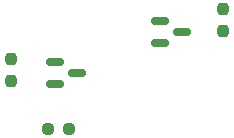
<source format=gbr>
%TF.GenerationSoftware,KiCad,Pcbnew,8.0.8*%
%TF.CreationDate,2025-02-23T10:11:50-08:00*%
%TF.ProjectId,bts7960 adapter,62747337-3936-4302-9061-646170746572,rev?*%
%TF.SameCoordinates,Original*%
%TF.FileFunction,Paste,Top*%
%TF.FilePolarity,Positive*%
%FSLAX46Y46*%
G04 Gerber Fmt 4.6, Leading zero omitted, Abs format (unit mm)*
G04 Created by KiCad (PCBNEW 8.0.8) date 2025-02-23 10:11:50*
%MOMM*%
%LPD*%
G01*
G04 APERTURE LIST*
G04 Aperture macros list*
%AMRoundRect*
0 Rectangle with rounded corners*
0 $1 Rounding radius*
0 $2 $3 $4 $5 $6 $7 $8 $9 X,Y pos of 4 corners*
0 Add a 4 corners polygon primitive as box body*
4,1,4,$2,$3,$4,$5,$6,$7,$8,$9,$2,$3,0*
0 Add four circle primitives for the rounded corners*
1,1,$1+$1,$2,$3*
1,1,$1+$1,$4,$5*
1,1,$1+$1,$6,$7*
1,1,$1+$1,$8,$9*
0 Add four rect primitives between the rounded corners*
20,1,$1+$1,$2,$3,$4,$5,0*
20,1,$1+$1,$4,$5,$6,$7,0*
20,1,$1+$1,$6,$7,$8,$9,0*
20,1,$1+$1,$8,$9,$2,$3,0*%
G04 Aperture macros list end*
%ADD10RoundRect,0.237500X0.237500X-0.250000X0.237500X0.250000X-0.237500X0.250000X-0.237500X-0.250000X0*%
%ADD11RoundRect,0.237500X-0.250000X-0.237500X0.250000X-0.237500X0.250000X0.237500X-0.250000X0.237500X0*%
%ADD12RoundRect,0.150000X-0.587500X-0.150000X0.587500X-0.150000X0.587500X0.150000X-0.587500X0.150000X0*%
G04 APERTURE END LIST*
D10*
%TO.C,R3*%
X34180000Y-26600000D03*
X34180000Y-24775000D03*
%TD*%
%TO.C,R2*%
X16280000Y-30845000D03*
X16280000Y-29020000D03*
%TD*%
D11*
%TO.C,R1*%
X19365000Y-34930000D03*
X21190000Y-34930000D03*
%TD*%
D12*
%TO.C,Q2*%
X28855000Y-25750000D03*
X28855000Y-27650000D03*
X30730000Y-26700000D03*
%TD*%
%TO.C,Q1*%
X19965000Y-29220000D03*
X19965000Y-31120000D03*
X21840000Y-30170000D03*
%TD*%
M02*

</source>
